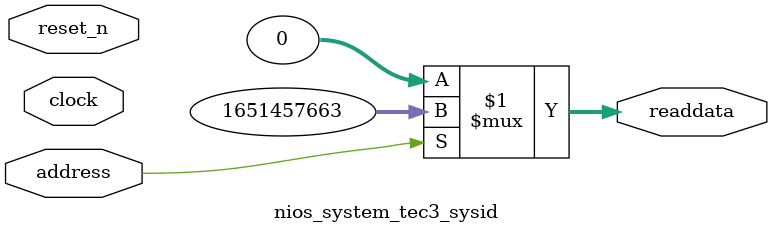
<source format=v>



// synthesis translate_off
`timescale 1ns / 1ps
// synthesis translate_on

// turn off superfluous verilog processor warnings 
// altera message_level Level1 
// altera message_off 10034 10035 10036 10037 10230 10240 10030 

module nios_system_tec3_sysid (
               // inputs:
                address,
                clock,
                reset_n,

               // outputs:
                readdata
             )
;

  output  [ 31: 0] readdata;
  input            address;
  input            clock;
  input            reset_n;

  wire    [ 31: 0] readdata;
  //control_slave, which is an e_avalon_slave
  assign readdata = address ? 1651457663 : 0;

endmodule



</source>
